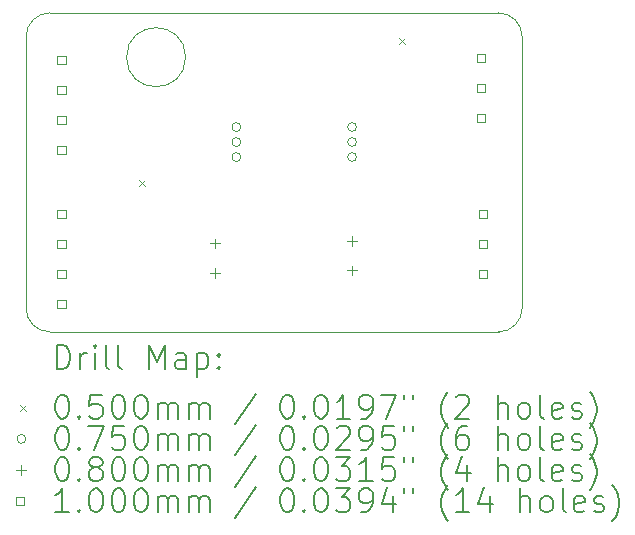
<source format=gbr>
%TF.GenerationSoftware,KiCad,Pcbnew,8.0.6*%
%TF.CreationDate,2024-11-25T01:10:17+00:00*%
%TF.ProjectId,GEOFF board v1,47454f46-4620-4626-9f61-72642076312e,rev?*%
%TF.SameCoordinates,Original*%
%TF.FileFunction,Drillmap*%
%TF.FilePolarity,Positive*%
%FSLAX45Y45*%
G04 Gerber Fmt 4.5, Leading zero omitted, Abs format (unit mm)*
G04 Created by KiCad (PCBNEW 8.0.6) date 2024-11-25 01:10:17*
%MOMM*%
%LPD*%
G01*
G04 APERTURE LIST*
%ADD10C,0.050000*%
%ADD11C,0.200000*%
%ADD12C,0.100000*%
G04 APERTURE END LIST*
D10*
X3350000Y-13975000D02*
G75*
G02*
X2850000Y-13975000I-250000J0D01*
G01*
X2850000Y-13975000D02*
G75*
G02*
X3350000Y-13975000I250000J0D01*
G01*
X2200000Y-16300000D02*
G75*
G02*
X2000000Y-16100000I0J200000D01*
G01*
X2000000Y-13800000D02*
G75*
G02*
X2200000Y-13600000I200000J0D01*
G01*
X6200000Y-16100000D02*
G75*
G02*
X6000000Y-16300000I-200000J0D01*
G01*
X6000000Y-13600000D02*
G75*
G02*
X6200000Y-13800000I0J-200000D01*
G01*
X2000000Y-16100000D02*
X2000000Y-13800000D01*
X6000000Y-16300000D02*
X2200000Y-16300000D01*
X2200000Y-13600000D02*
X6000000Y-13600000D01*
X6200000Y-13800000D02*
X6200000Y-16100000D01*
D11*
D12*
X2955000Y-15015000D02*
X3005000Y-15065000D01*
X3005000Y-15015000D02*
X2955000Y-15065000D01*
X5155000Y-13815000D02*
X5205000Y-13865000D01*
X5205000Y-13815000D02*
X5155000Y-13865000D01*
X3817500Y-14566000D02*
G75*
G02*
X3742500Y-14566000I-37500J0D01*
G01*
X3742500Y-14566000D02*
G75*
G02*
X3817500Y-14566000I37500J0D01*
G01*
X3817500Y-14693000D02*
G75*
G02*
X3742500Y-14693000I-37500J0D01*
G01*
X3742500Y-14693000D02*
G75*
G02*
X3817500Y-14693000I37500J0D01*
G01*
X3817500Y-14820000D02*
G75*
G02*
X3742500Y-14820000I-37500J0D01*
G01*
X3742500Y-14820000D02*
G75*
G02*
X3817500Y-14820000I37500J0D01*
G01*
X4797500Y-14566000D02*
G75*
G02*
X4722500Y-14566000I-37500J0D01*
G01*
X4722500Y-14566000D02*
G75*
G02*
X4797500Y-14566000I37500J0D01*
G01*
X4797500Y-14693000D02*
G75*
G02*
X4722500Y-14693000I-37500J0D01*
G01*
X4722500Y-14693000D02*
G75*
G02*
X4797500Y-14693000I37500J0D01*
G01*
X4797500Y-14820000D02*
G75*
G02*
X4722500Y-14820000I-37500J0D01*
G01*
X4722500Y-14820000D02*
G75*
G02*
X4797500Y-14820000I37500J0D01*
G01*
X3600000Y-15510000D02*
X3600000Y-15590000D01*
X3560000Y-15550000D02*
X3640000Y-15550000D01*
X3600000Y-15760000D02*
X3600000Y-15840000D01*
X3560000Y-15800000D02*
X3640000Y-15800000D01*
X4760000Y-15490000D02*
X4760000Y-15570000D01*
X4720000Y-15530000D02*
X4800000Y-15530000D01*
X4760000Y-15740000D02*
X4760000Y-15820000D01*
X4720000Y-15780000D02*
X4800000Y-15780000D01*
X2335356Y-14035356D02*
X2335356Y-13964644D01*
X2264644Y-13964644D01*
X2264644Y-14035356D01*
X2335356Y-14035356D01*
X2335356Y-14289356D02*
X2335356Y-14218644D01*
X2264644Y-14218644D01*
X2264644Y-14289356D01*
X2335356Y-14289356D01*
X2335356Y-14543356D02*
X2335356Y-14472644D01*
X2264644Y-14472644D01*
X2264644Y-14543356D01*
X2335356Y-14543356D01*
X2335356Y-14797356D02*
X2335356Y-14726644D01*
X2264644Y-14726644D01*
X2264644Y-14797356D01*
X2335356Y-14797356D01*
X2335356Y-15335356D02*
X2335356Y-15264644D01*
X2264644Y-15264644D01*
X2264644Y-15335356D01*
X2335356Y-15335356D01*
X2335356Y-15589356D02*
X2335356Y-15518644D01*
X2264644Y-15518644D01*
X2264644Y-15589356D01*
X2335356Y-15589356D01*
X2335356Y-15843356D02*
X2335356Y-15772644D01*
X2264644Y-15772644D01*
X2264644Y-15843356D01*
X2335356Y-15843356D01*
X2335356Y-16097356D02*
X2335356Y-16026644D01*
X2264644Y-16026644D01*
X2264644Y-16097356D01*
X2335356Y-16097356D01*
X5888356Y-14014356D02*
X5888356Y-13943644D01*
X5817644Y-13943644D01*
X5817644Y-14014356D01*
X5888356Y-14014356D01*
X5888356Y-14268356D02*
X5888356Y-14197644D01*
X5817644Y-14197644D01*
X5817644Y-14268356D01*
X5888356Y-14268356D01*
X5888356Y-14522356D02*
X5888356Y-14451644D01*
X5817644Y-14451644D01*
X5817644Y-14522356D01*
X5888356Y-14522356D01*
X5902356Y-15335356D02*
X5902356Y-15264644D01*
X5831644Y-15264644D01*
X5831644Y-15335356D01*
X5902356Y-15335356D01*
X5902356Y-15589356D02*
X5902356Y-15518644D01*
X5831644Y-15518644D01*
X5831644Y-15589356D01*
X5902356Y-15589356D01*
X5902356Y-15843356D02*
X5902356Y-15772644D01*
X5831644Y-15772644D01*
X5831644Y-15843356D01*
X5902356Y-15843356D01*
D11*
X2258277Y-16613984D02*
X2258277Y-16413984D01*
X2258277Y-16413984D02*
X2305896Y-16413984D01*
X2305896Y-16413984D02*
X2334467Y-16423508D01*
X2334467Y-16423508D02*
X2353515Y-16442555D01*
X2353515Y-16442555D02*
X2363039Y-16461603D01*
X2363039Y-16461603D02*
X2372563Y-16499698D01*
X2372563Y-16499698D02*
X2372563Y-16528269D01*
X2372563Y-16528269D02*
X2363039Y-16566365D01*
X2363039Y-16566365D02*
X2353515Y-16585412D01*
X2353515Y-16585412D02*
X2334467Y-16604460D01*
X2334467Y-16604460D02*
X2305896Y-16613984D01*
X2305896Y-16613984D02*
X2258277Y-16613984D01*
X2458277Y-16613984D02*
X2458277Y-16480650D01*
X2458277Y-16518746D02*
X2467801Y-16499698D01*
X2467801Y-16499698D02*
X2477324Y-16490174D01*
X2477324Y-16490174D02*
X2496372Y-16480650D01*
X2496372Y-16480650D02*
X2515420Y-16480650D01*
X2582086Y-16613984D02*
X2582086Y-16480650D01*
X2582086Y-16413984D02*
X2572563Y-16423508D01*
X2572563Y-16423508D02*
X2582086Y-16433031D01*
X2582086Y-16433031D02*
X2591610Y-16423508D01*
X2591610Y-16423508D02*
X2582086Y-16413984D01*
X2582086Y-16413984D02*
X2582086Y-16433031D01*
X2705896Y-16613984D02*
X2686848Y-16604460D01*
X2686848Y-16604460D02*
X2677324Y-16585412D01*
X2677324Y-16585412D02*
X2677324Y-16413984D01*
X2810658Y-16613984D02*
X2791610Y-16604460D01*
X2791610Y-16604460D02*
X2782086Y-16585412D01*
X2782086Y-16585412D02*
X2782086Y-16413984D01*
X3039229Y-16613984D02*
X3039229Y-16413984D01*
X3039229Y-16413984D02*
X3105896Y-16556841D01*
X3105896Y-16556841D02*
X3172562Y-16413984D01*
X3172562Y-16413984D02*
X3172562Y-16613984D01*
X3353515Y-16613984D02*
X3353515Y-16509222D01*
X3353515Y-16509222D02*
X3343991Y-16490174D01*
X3343991Y-16490174D02*
X3324943Y-16480650D01*
X3324943Y-16480650D02*
X3286848Y-16480650D01*
X3286848Y-16480650D02*
X3267801Y-16490174D01*
X3353515Y-16604460D02*
X3334467Y-16613984D01*
X3334467Y-16613984D02*
X3286848Y-16613984D01*
X3286848Y-16613984D02*
X3267801Y-16604460D01*
X3267801Y-16604460D02*
X3258277Y-16585412D01*
X3258277Y-16585412D02*
X3258277Y-16566365D01*
X3258277Y-16566365D02*
X3267801Y-16547317D01*
X3267801Y-16547317D02*
X3286848Y-16537793D01*
X3286848Y-16537793D02*
X3334467Y-16537793D01*
X3334467Y-16537793D02*
X3353515Y-16528269D01*
X3448753Y-16480650D02*
X3448753Y-16680650D01*
X3448753Y-16490174D02*
X3467801Y-16480650D01*
X3467801Y-16480650D02*
X3505896Y-16480650D01*
X3505896Y-16480650D02*
X3524943Y-16490174D01*
X3524943Y-16490174D02*
X3534467Y-16499698D01*
X3534467Y-16499698D02*
X3543991Y-16518746D01*
X3543991Y-16518746D02*
X3543991Y-16575888D01*
X3543991Y-16575888D02*
X3534467Y-16594936D01*
X3534467Y-16594936D02*
X3524943Y-16604460D01*
X3524943Y-16604460D02*
X3505896Y-16613984D01*
X3505896Y-16613984D02*
X3467801Y-16613984D01*
X3467801Y-16613984D02*
X3448753Y-16604460D01*
X3629705Y-16594936D02*
X3639229Y-16604460D01*
X3639229Y-16604460D02*
X3629705Y-16613984D01*
X3629705Y-16613984D02*
X3620182Y-16604460D01*
X3620182Y-16604460D02*
X3629705Y-16594936D01*
X3629705Y-16594936D02*
X3629705Y-16613984D01*
X3629705Y-16490174D02*
X3639229Y-16499698D01*
X3639229Y-16499698D02*
X3629705Y-16509222D01*
X3629705Y-16509222D02*
X3620182Y-16499698D01*
X3620182Y-16499698D02*
X3629705Y-16490174D01*
X3629705Y-16490174D02*
X3629705Y-16509222D01*
D12*
X1947500Y-16917500D02*
X1997500Y-16967500D01*
X1997500Y-16917500D02*
X1947500Y-16967500D01*
D11*
X2296372Y-16833984D02*
X2315420Y-16833984D01*
X2315420Y-16833984D02*
X2334467Y-16843508D01*
X2334467Y-16843508D02*
X2343991Y-16853031D01*
X2343991Y-16853031D02*
X2353515Y-16872079D01*
X2353515Y-16872079D02*
X2363039Y-16910174D01*
X2363039Y-16910174D02*
X2363039Y-16957793D01*
X2363039Y-16957793D02*
X2353515Y-16995889D01*
X2353515Y-16995889D02*
X2343991Y-17014936D01*
X2343991Y-17014936D02*
X2334467Y-17024460D01*
X2334467Y-17024460D02*
X2315420Y-17033984D01*
X2315420Y-17033984D02*
X2296372Y-17033984D01*
X2296372Y-17033984D02*
X2277324Y-17024460D01*
X2277324Y-17024460D02*
X2267801Y-17014936D01*
X2267801Y-17014936D02*
X2258277Y-16995889D01*
X2258277Y-16995889D02*
X2248753Y-16957793D01*
X2248753Y-16957793D02*
X2248753Y-16910174D01*
X2248753Y-16910174D02*
X2258277Y-16872079D01*
X2258277Y-16872079D02*
X2267801Y-16853031D01*
X2267801Y-16853031D02*
X2277324Y-16843508D01*
X2277324Y-16843508D02*
X2296372Y-16833984D01*
X2448753Y-17014936D02*
X2458277Y-17024460D01*
X2458277Y-17024460D02*
X2448753Y-17033984D01*
X2448753Y-17033984D02*
X2439229Y-17024460D01*
X2439229Y-17024460D02*
X2448753Y-17014936D01*
X2448753Y-17014936D02*
X2448753Y-17033984D01*
X2639229Y-16833984D02*
X2543991Y-16833984D01*
X2543991Y-16833984D02*
X2534467Y-16929222D01*
X2534467Y-16929222D02*
X2543991Y-16919698D01*
X2543991Y-16919698D02*
X2563039Y-16910174D01*
X2563039Y-16910174D02*
X2610658Y-16910174D01*
X2610658Y-16910174D02*
X2629705Y-16919698D01*
X2629705Y-16919698D02*
X2639229Y-16929222D01*
X2639229Y-16929222D02*
X2648753Y-16948270D01*
X2648753Y-16948270D02*
X2648753Y-16995889D01*
X2648753Y-16995889D02*
X2639229Y-17014936D01*
X2639229Y-17014936D02*
X2629705Y-17024460D01*
X2629705Y-17024460D02*
X2610658Y-17033984D01*
X2610658Y-17033984D02*
X2563039Y-17033984D01*
X2563039Y-17033984D02*
X2543991Y-17024460D01*
X2543991Y-17024460D02*
X2534467Y-17014936D01*
X2772563Y-16833984D02*
X2791610Y-16833984D01*
X2791610Y-16833984D02*
X2810658Y-16843508D01*
X2810658Y-16843508D02*
X2820182Y-16853031D01*
X2820182Y-16853031D02*
X2829705Y-16872079D01*
X2829705Y-16872079D02*
X2839229Y-16910174D01*
X2839229Y-16910174D02*
X2839229Y-16957793D01*
X2839229Y-16957793D02*
X2829705Y-16995889D01*
X2829705Y-16995889D02*
X2820182Y-17014936D01*
X2820182Y-17014936D02*
X2810658Y-17024460D01*
X2810658Y-17024460D02*
X2791610Y-17033984D01*
X2791610Y-17033984D02*
X2772563Y-17033984D01*
X2772563Y-17033984D02*
X2753515Y-17024460D01*
X2753515Y-17024460D02*
X2743991Y-17014936D01*
X2743991Y-17014936D02*
X2734467Y-16995889D01*
X2734467Y-16995889D02*
X2724944Y-16957793D01*
X2724944Y-16957793D02*
X2724944Y-16910174D01*
X2724944Y-16910174D02*
X2734467Y-16872079D01*
X2734467Y-16872079D02*
X2743991Y-16853031D01*
X2743991Y-16853031D02*
X2753515Y-16843508D01*
X2753515Y-16843508D02*
X2772563Y-16833984D01*
X2963039Y-16833984D02*
X2982086Y-16833984D01*
X2982086Y-16833984D02*
X3001134Y-16843508D01*
X3001134Y-16843508D02*
X3010658Y-16853031D01*
X3010658Y-16853031D02*
X3020182Y-16872079D01*
X3020182Y-16872079D02*
X3029705Y-16910174D01*
X3029705Y-16910174D02*
X3029705Y-16957793D01*
X3029705Y-16957793D02*
X3020182Y-16995889D01*
X3020182Y-16995889D02*
X3010658Y-17014936D01*
X3010658Y-17014936D02*
X3001134Y-17024460D01*
X3001134Y-17024460D02*
X2982086Y-17033984D01*
X2982086Y-17033984D02*
X2963039Y-17033984D01*
X2963039Y-17033984D02*
X2943991Y-17024460D01*
X2943991Y-17024460D02*
X2934467Y-17014936D01*
X2934467Y-17014936D02*
X2924943Y-16995889D01*
X2924943Y-16995889D02*
X2915420Y-16957793D01*
X2915420Y-16957793D02*
X2915420Y-16910174D01*
X2915420Y-16910174D02*
X2924943Y-16872079D01*
X2924943Y-16872079D02*
X2934467Y-16853031D01*
X2934467Y-16853031D02*
X2943991Y-16843508D01*
X2943991Y-16843508D02*
X2963039Y-16833984D01*
X3115420Y-17033984D02*
X3115420Y-16900650D01*
X3115420Y-16919698D02*
X3124943Y-16910174D01*
X3124943Y-16910174D02*
X3143991Y-16900650D01*
X3143991Y-16900650D02*
X3172563Y-16900650D01*
X3172563Y-16900650D02*
X3191610Y-16910174D01*
X3191610Y-16910174D02*
X3201134Y-16929222D01*
X3201134Y-16929222D02*
X3201134Y-17033984D01*
X3201134Y-16929222D02*
X3210658Y-16910174D01*
X3210658Y-16910174D02*
X3229705Y-16900650D01*
X3229705Y-16900650D02*
X3258277Y-16900650D01*
X3258277Y-16900650D02*
X3277324Y-16910174D01*
X3277324Y-16910174D02*
X3286848Y-16929222D01*
X3286848Y-16929222D02*
X3286848Y-17033984D01*
X3382086Y-17033984D02*
X3382086Y-16900650D01*
X3382086Y-16919698D02*
X3391610Y-16910174D01*
X3391610Y-16910174D02*
X3410658Y-16900650D01*
X3410658Y-16900650D02*
X3439229Y-16900650D01*
X3439229Y-16900650D02*
X3458277Y-16910174D01*
X3458277Y-16910174D02*
X3467801Y-16929222D01*
X3467801Y-16929222D02*
X3467801Y-17033984D01*
X3467801Y-16929222D02*
X3477324Y-16910174D01*
X3477324Y-16910174D02*
X3496372Y-16900650D01*
X3496372Y-16900650D02*
X3524943Y-16900650D01*
X3524943Y-16900650D02*
X3543991Y-16910174D01*
X3543991Y-16910174D02*
X3553515Y-16929222D01*
X3553515Y-16929222D02*
X3553515Y-17033984D01*
X3943991Y-16824460D02*
X3772563Y-17081603D01*
X4201134Y-16833984D02*
X4220182Y-16833984D01*
X4220182Y-16833984D02*
X4239229Y-16843508D01*
X4239229Y-16843508D02*
X4248753Y-16853031D01*
X4248753Y-16853031D02*
X4258277Y-16872079D01*
X4258277Y-16872079D02*
X4267801Y-16910174D01*
X4267801Y-16910174D02*
X4267801Y-16957793D01*
X4267801Y-16957793D02*
X4258277Y-16995889D01*
X4258277Y-16995889D02*
X4248753Y-17014936D01*
X4248753Y-17014936D02*
X4239229Y-17024460D01*
X4239229Y-17024460D02*
X4220182Y-17033984D01*
X4220182Y-17033984D02*
X4201134Y-17033984D01*
X4201134Y-17033984D02*
X4182086Y-17024460D01*
X4182086Y-17024460D02*
X4172563Y-17014936D01*
X4172563Y-17014936D02*
X4163039Y-16995889D01*
X4163039Y-16995889D02*
X4153515Y-16957793D01*
X4153515Y-16957793D02*
X4153515Y-16910174D01*
X4153515Y-16910174D02*
X4163039Y-16872079D01*
X4163039Y-16872079D02*
X4172563Y-16853031D01*
X4172563Y-16853031D02*
X4182086Y-16843508D01*
X4182086Y-16843508D02*
X4201134Y-16833984D01*
X4353515Y-17014936D02*
X4363039Y-17024460D01*
X4363039Y-17024460D02*
X4353515Y-17033984D01*
X4353515Y-17033984D02*
X4343991Y-17024460D01*
X4343991Y-17024460D02*
X4353515Y-17014936D01*
X4353515Y-17014936D02*
X4353515Y-17033984D01*
X4486848Y-16833984D02*
X4505896Y-16833984D01*
X4505896Y-16833984D02*
X4524944Y-16843508D01*
X4524944Y-16843508D02*
X4534468Y-16853031D01*
X4534468Y-16853031D02*
X4543991Y-16872079D01*
X4543991Y-16872079D02*
X4553515Y-16910174D01*
X4553515Y-16910174D02*
X4553515Y-16957793D01*
X4553515Y-16957793D02*
X4543991Y-16995889D01*
X4543991Y-16995889D02*
X4534468Y-17014936D01*
X4534468Y-17014936D02*
X4524944Y-17024460D01*
X4524944Y-17024460D02*
X4505896Y-17033984D01*
X4505896Y-17033984D02*
X4486848Y-17033984D01*
X4486848Y-17033984D02*
X4467801Y-17024460D01*
X4467801Y-17024460D02*
X4458277Y-17014936D01*
X4458277Y-17014936D02*
X4448753Y-16995889D01*
X4448753Y-16995889D02*
X4439229Y-16957793D01*
X4439229Y-16957793D02*
X4439229Y-16910174D01*
X4439229Y-16910174D02*
X4448753Y-16872079D01*
X4448753Y-16872079D02*
X4458277Y-16853031D01*
X4458277Y-16853031D02*
X4467801Y-16843508D01*
X4467801Y-16843508D02*
X4486848Y-16833984D01*
X4743991Y-17033984D02*
X4629706Y-17033984D01*
X4686848Y-17033984D02*
X4686848Y-16833984D01*
X4686848Y-16833984D02*
X4667801Y-16862555D01*
X4667801Y-16862555D02*
X4648753Y-16881603D01*
X4648753Y-16881603D02*
X4629706Y-16891127D01*
X4839229Y-17033984D02*
X4877325Y-17033984D01*
X4877325Y-17033984D02*
X4896372Y-17024460D01*
X4896372Y-17024460D02*
X4905896Y-17014936D01*
X4905896Y-17014936D02*
X4924944Y-16986365D01*
X4924944Y-16986365D02*
X4934468Y-16948270D01*
X4934468Y-16948270D02*
X4934468Y-16872079D01*
X4934468Y-16872079D02*
X4924944Y-16853031D01*
X4924944Y-16853031D02*
X4915420Y-16843508D01*
X4915420Y-16843508D02*
X4896372Y-16833984D01*
X4896372Y-16833984D02*
X4858277Y-16833984D01*
X4858277Y-16833984D02*
X4839229Y-16843508D01*
X4839229Y-16843508D02*
X4829706Y-16853031D01*
X4829706Y-16853031D02*
X4820182Y-16872079D01*
X4820182Y-16872079D02*
X4820182Y-16919698D01*
X4820182Y-16919698D02*
X4829706Y-16938746D01*
X4829706Y-16938746D02*
X4839229Y-16948270D01*
X4839229Y-16948270D02*
X4858277Y-16957793D01*
X4858277Y-16957793D02*
X4896372Y-16957793D01*
X4896372Y-16957793D02*
X4915420Y-16948270D01*
X4915420Y-16948270D02*
X4924944Y-16938746D01*
X4924944Y-16938746D02*
X4934468Y-16919698D01*
X5001134Y-16833984D02*
X5134468Y-16833984D01*
X5134468Y-16833984D02*
X5048753Y-17033984D01*
X5201134Y-16833984D02*
X5201134Y-16872079D01*
X5277325Y-16833984D02*
X5277325Y-16872079D01*
X5572563Y-17110174D02*
X5563039Y-17100650D01*
X5563039Y-17100650D02*
X5543991Y-17072079D01*
X5543991Y-17072079D02*
X5534468Y-17053031D01*
X5534468Y-17053031D02*
X5524944Y-17024460D01*
X5524944Y-17024460D02*
X5515420Y-16976841D01*
X5515420Y-16976841D02*
X5515420Y-16938746D01*
X5515420Y-16938746D02*
X5524944Y-16891127D01*
X5524944Y-16891127D02*
X5534468Y-16862555D01*
X5534468Y-16862555D02*
X5543991Y-16843508D01*
X5543991Y-16843508D02*
X5563039Y-16814936D01*
X5563039Y-16814936D02*
X5572563Y-16805412D01*
X5639229Y-16853031D02*
X5648753Y-16843508D01*
X5648753Y-16843508D02*
X5667801Y-16833984D01*
X5667801Y-16833984D02*
X5715420Y-16833984D01*
X5715420Y-16833984D02*
X5734468Y-16843508D01*
X5734468Y-16843508D02*
X5743991Y-16853031D01*
X5743991Y-16853031D02*
X5753515Y-16872079D01*
X5753515Y-16872079D02*
X5753515Y-16891127D01*
X5753515Y-16891127D02*
X5743991Y-16919698D01*
X5743991Y-16919698D02*
X5629706Y-17033984D01*
X5629706Y-17033984D02*
X5753515Y-17033984D01*
X5991610Y-17033984D02*
X5991610Y-16833984D01*
X6077325Y-17033984D02*
X6077325Y-16929222D01*
X6077325Y-16929222D02*
X6067801Y-16910174D01*
X6067801Y-16910174D02*
X6048753Y-16900650D01*
X6048753Y-16900650D02*
X6020182Y-16900650D01*
X6020182Y-16900650D02*
X6001134Y-16910174D01*
X6001134Y-16910174D02*
X5991610Y-16919698D01*
X6201134Y-17033984D02*
X6182087Y-17024460D01*
X6182087Y-17024460D02*
X6172563Y-17014936D01*
X6172563Y-17014936D02*
X6163039Y-16995889D01*
X6163039Y-16995889D02*
X6163039Y-16938746D01*
X6163039Y-16938746D02*
X6172563Y-16919698D01*
X6172563Y-16919698D02*
X6182087Y-16910174D01*
X6182087Y-16910174D02*
X6201134Y-16900650D01*
X6201134Y-16900650D02*
X6229706Y-16900650D01*
X6229706Y-16900650D02*
X6248753Y-16910174D01*
X6248753Y-16910174D02*
X6258277Y-16919698D01*
X6258277Y-16919698D02*
X6267801Y-16938746D01*
X6267801Y-16938746D02*
X6267801Y-16995889D01*
X6267801Y-16995889D02*
X6258277Y-17014936D01*
X6258277Y-17014936D02*
X6248753Y-17024460D01*
X6248753Y-17024460D02*
X6229706Y-17033984D01*
X6229706Y-17033984D02*
X6201134Y-17033984D01*
X6382087Y-17033984D02*
X6363039Y-17024460D01*
X6363039Y-17024460D02*
X6353515Y-17005412D01*
X6353515Y-17005412D02*
X6353515Y-16833984D01*
X6534468Y-17024460D02*
X6515420Y-17033984D01*
X6515420Y-17033984D02*
X6477325Y-17033984D01*
X6477325Y-17033984D02*
X6458277Y-17024460D01*
X6458277Y-17024460D02*
X6448753Y-17005412D01*
X6448753Y-17005412D02*
X6448753Y-16929222D01*
X6448753Y-16929222D02*
X6458277Y-16910174D01*
X6458277Y-16910174D02*
X6477325Y-16900650D01*
X6477325Y-16900650D02*
X6515420Y-16900650D01*
X6515420Y-16900650D02*
X6534468Y-16910174D01*
X6534468Y-16910174D02*
X6543991Y-16929222D01*
X6543991Y-16929222D02*
X6543991Y-16948270D01*
X6543991Y-16948270D02*
X6448753Y-16967317D01*
X6620182Y-17024460D02*
X6639230Y-17033984D01*
X6639230Y-17033984D02*
X6677325Y-17033984D01*
X6677325Y-17033984D02*
X6696372Y-17024460D01*
X6696372Y-17024460D02*
X6705896Y-17005412D01*
X6705896Y-17005412D02*
X6705896Y-16995889D01*
X6705896Y-16995889D02*
X6696372Y-16976841D01*
X6696372Y-16976841D02*
X6677325Y-16967317D01*
X6677325Y-16967317D02*
X6648753Y-16967317D01*
X6648753Y-16967317D02*
X6629706Y-16957793D01*
X6629706Y-16957793D02*
X6620182Y-16938746D01*
X6620182Y-16938746D02*
X6620182Y-16929222D01*
X6620182Y-16929222D02*
X6629706Y-16910174D01*
X6629706Y-16910174D02*
X6648753Y-16900650D01*
X6648753Y-16900650D02*
X6677325Y-16900650D01*
X6677325Y-16900650D02*
X6696372Y-16910174D01*
X6772563Y-17110174D02*
X6782087Y-17100650D01*
X6782087Y-17100650D02*
X6801134Y-17072079D01*
X6801134Y-17072079D02*
X6810658Y-17053031D01*
X6810658Y-17053031D02*
X6820182Y-17024460D01*
X6820182Y-17024460D02*
X6829706Y-16976841D01*
X6829706Y-16976841D02*
X6829706Y-16938746D01*
X6829706Y-16938746D02*
X6820182Y-16891127D01*
X6820182Y-16891127D02*
X6810658Y-16862555D01*
X6810658Y-16862555D02*
X6801134Y-16843508D01*
X6801134Y-16843508D02*
X6782087Y-16814936D01*
X6782087Y-16814936D02*
X6772563Y-16805412D01*
D12*
X1997500Y-17206500D02*
G75*
G02*
X1922500Y-17206500I-37500J0D01*
G01*
X1922500Y-17206500D02*
G75*
G02*
X1997500Y-17206500I37500J0D01*
G01*
D11*
X2296372Y-17097984D02*
X2315420Y-17097984D01*
X2315420Y-17097984D02*
X2334467Y-17107508D01*
X2334467Y-17107508D02*
X2343991Y-17117031D01*
X2343991Y-17117031D02*
X2353515Y-17136079D01*
X2353515Y-17136079D02*
X2363039Y-17174174D01*
X2363039Y-17174174D02*
X2363039Y-17221793D01*
X2363039Y-17221793D02*
X2353515Y-17259889D01*
X2353515Y-17259889D02*
X2343991Y-17278936D01*
X2343991Y-17278936D02*
X2334467Y-17288460D01*
X2334467Y-17288460D02*
X2315420Y-17297984D01*
X2315420Y-17297984D02*
X2296372Y-17297984D01*
X2296372Y-17297984D02*
X2277324Y-17288460D01*
X2277324Y-17288460D02*
X2267801Y-17278936D01*
X2267801Y-17278936D02*
X2258277Y-17259889D01*
X2258277Y-17259889D02*
X2248753Y-17221793D01*
X2248753Y-17221793D02*
X2248753Y-17174174D01*
X2248753Y-17174174D02*
X2258277Y-17136079D01*
X2258277Y-17136079D02*
X2267801Y-17117031D01*
X2267801Y-17117031D02*
X2277324Y-17107508D01*
X2277324Y-17107508D02*
X2296372Y-17097984D01*
X2448753Y-17278936D02*
X2458277Y-17288460D01*
X2458277Y-17288460D02*
X2448753Y-17297984D01*
X2448753Y-17297984D02*
X2439229Y-17288460D01*
X2439229Y-17288460D02*
X2448753Y-17278936D01*
X2448753Y-17278936D02*
X2448753Y-17297984D01*
X2524944Y-17097984D02*
X2658277Y-17097984D01*
X2658277Y-17097984D02*
X2572563Y-17297984D01*
X2829705Y-17097984D02*
X2734467Y-17097984D01*
X2734467Y-17097984D02*
X2724944Y-17193222D01*
X2724944Y-17193222D02*
X2734467Y-17183698D01*
X2734467Y-17183698D02*
X2753515Y-17174174D01*
X2753515Y-17174174D02*
X2801134Y-17174174D01*
X2801134Y-17174174D02*
X2820182Y-17183698D01*
X2820182Y-17183698D02*
X2829705Y-17193222D01*
X2829705Y-17193222D02*
X2839229Y-17212270D01*
X2839229Y-17212270D02*
X2839229Y-17259889D01*
X2839229Y-17259889D02*
X2829705Y-17278936D01*
X2829705Y-17278936D02*
X2820182Y-17288460D01*
X2820182Y-17288460D02*
X2801134Y-17297984D01*
X2801134Y-17297984D02*
X2753515Y-17297984D01*
X2753515Y-17297984D02*
X2734467Y-17288460D01*
X2734467Y-17288460D02*
X2724944Y-17278936D01*
X2963039Y-17097984D02*
X2982086Y-17097984D01*
X2982086Y-17097984D02*
X3001134Y-17107508D01*
X3001134Y-17107508D02*
X3010658Y-17117031D01*
X3010658Y-17117031D02*
X3020182Y-17136079D01*
X3020182Y-17136079D02*
X3029705Y-17174174D01*
X3029705Y-17174174D02*
X3029705Y-17221793D01*
X3029705Y-17221793D02*
X3020182Y-17259889D01*
X3020182Y-17259889D02*
X3010658Y-17278936D01*
X3010658Y-17278936D02*
X3001134Y-17288460D01*
X3001134Y-17288460D02*
X2982086Y-17297984D01*
X2982086Y-17297984D02*
X2963039Y-17297984D01*
X2963039Y-17297984D02*
X2943991Y-17288460D01*
X2943991Y-17288460D02*
X2934467Y-17278936D01*
X2934467Y-17278936D02*
X2924943Y-17259889D01*
X2924943Y-17259889D02*
X2915420Y-17221793D01*
X2915420Y-17221793D02*
X2915420Y-17174174D01*
X2915420Y-17174174D02*
X2924943Y-17136079D01*
X2924943Y-17136079D02*
X2934467Y-17117031D01*
X2934467Y-17117031D02*
X2943991Y-17107508D01*
X2943991Y-17107508D02*
X2963039Y-17097984D01*
X3115420Y-17297984D02*
X3115420Y-17164650D01*
X3115420Y-17183698D02*
X3124943Y-17174174D01*
X3124943Y-17174174D02*
X3143991Y-17164650D01*
X3143991Y-17164650D02*
X3172563Y-17164650D01*
X3172563Y-17164650D02*
X3191610Y-17174174D01*
X3191610Y-17174174D02*
X3201134Y-17193222D01*
X3201134Y-17193222D02*
X3201134Y-17297984D01*
X3201134Y-17193222D02*
X3210658Y-17174174D01*
X3210658Y-17174174D02*
X3229705Y-17164650D01*
X3229705Y-17164650D02*
X3258277Y-17164650D01*
X3258277Y-17164650D02*
X3277324Y-17174174D01*
X3277324Y-17174174D02*
X3286848Y-17193222D01*
X3286848Y-17193222D02*
X3286848Y-17297984D01*
X3382086Y-17297984D02*
X3382086Y-17164650D01*
X3382086Y-17183698D02*
X3391610Y-17174174D01*
X3391610Y-17174174D02*
X3410658Y-17164650D01*
X3410658Y-17164650D02*
X3439229Y-17164650D01*
X3439229Y-17164650D02*
X3458277Y-17174174D01*
X3458277Y-17174174D02*
X3467801Y-17193222D01*
X3467801Y-17193222D02*
X3467801Y-17297984D01*
X3467801Y-17193222D02*
X3477324Y-17174174D01*
X3477324Y-17174174D02*
X3496372Y-17164650D01*
X3496372Y-17164650D02*
X3524943Y-17164650D01*
X3524943Y-17164650D02*
X3543991Y-17174174D01*
X3543991Y-17174174D02*
X3553515Y-17193222D01*
X3553515Y-17193222D02*
X3553515Y-17297984D01*
X3943991Y-17088460D02*
X3772563Y-17345603D01*
X4201134Y-17097984D02*
X4220182Y-17097984D01*
X4220182Y-17097984D02*
X4239229Y-17107508D01*
X4239229Y-17107508D02*
X4248753Y-17117031D01*
X4248753Y-17117031D02*
X4258277Y-17136079D01*
X4258277Y-17136079D02*
X4267801Y-17174174D01*
X4267801Y-17174174D02*
X4267801Y-17221793D01*
X4267801Y-17221793D02*
X4258277Y-17259889D01*
X4258277Y-17259889D02*
X4248753Y-17278936D01*
X4248753Y-17278936D02*
X4239229Y-17288460D01*
X4239229Y-17288460D02*
X4220182Y-17297984D01*
X4220182Y-17297984D02*
X4201134Y-17297984D01*
X4201134Y-17297984D02*
X4182086Y-17288460D01*
X4182086Y-17288460D02*
X4172563Y-17278936D01*
X4172563Y-17278936D02*
X4163039Y-17259889D01*
X4163039Y-17259889D02*
X4153515Y-17221793D01*
X4153515Y-17221793D02*
X4153515Y-17174174D01*
X4153515Y-17174174D02*
X4163039Y-17136079D01*
X4163039Y-17136079D02*
X4172563Y-17117031D01*
X4172563Y-17117031D02*
X4182086Y-17107508D01*
X4182086Y-17107508D02*
X4201134Y-17097984D01*
X4353515Y-17278936D02*
X4363039Y-17288460D01*
X4363039Y-17288460D02*
X4353515Y-17297984D01*
X4353515Y-17297984D02*
X4343991Y-17288460D01*
X4343991Y-17288460D02*
X4353515Y-17278936D01*
X4353515Y-17278936D02*
X4353515Y-17297984D01*
X4486848Y-17097984D02*
X4505896Y-17097984D01*
X4505896Y-17097984D02*
X4524944Y-17107508D01*
X4524944Y-17107508D02*
X4534468Y-17117031D01*
X4534468Y-17117031D02*
X4543991Y-17136079D01*
X4543991Y-17136079D02*
X4553515Y-17174174D01*
X4553515Y-17174174D02*
X4553515Y-17221793D01*
X4553515Y-17221793D02*
X4543991Y-17259889D01*
X4543991Y-17259889D02*
X4534468Y-17278936D01*
X4534468Y-17278936D02*
X4524944Y-17288460D01*
X4524944Y-17288460D02*
X4505896Y-17297984D01*
X4505896Y-17297984D02*
X4486848Y-17297984D01*
X4486848Y-17297984D02*
X4467801Y-17288460D01*
X4467801Y-17288460D02*
X4458277Y-17278936D01*
X4458277Y-17278936D02*
X4448753Y-17259889D01*
X4448753Y-17259889D02*
X4439229Y-17221793D01*
X4439229Y-17221793D02*
X4439229Y-17174174D01*
X4439229Y-17174174D02*
X4448753Y-17136079D01*
X4448753Y-17136079D02*
X4458277Y-17117031D01*
X4458277Y-17117031D02*
X4467801Y-17107508D01*
X4467801Y-17107508D02*
X4486848Y-17097984D01*
X4629706Y-17117031D02*
X4639229Y-17107508D01*
X4639229Y-17107508D02*
X4658277Y-17097984D01*
X4658277Y-17097984D02*
X4705896Y-17097984D01*
X4705896Y-17097984D02*
X4724944Y-17107508D01*
X4724944Y-17107508D02*
X4734468Y-17117031D01*
X4734468Y-17117031D02*
X4743991Y-17136079D01*
X4743991Y-17136079D02*
X4743991Y-17155127D01*
X4743991Y-17155127D02*
X4734468Y-17183698D01*
X4734468Y-17183698D02*
X4620182Y-17297984D01*
X4620182Y-17297984D02*
X4743991Y-17297984D01*
X4839229Y-17297984D02*
X4877325Y-17297984D01*
X4877325Y-17297984D02*
X4896372Y-17288460D01*
X4896372Y-17288460D02*
X4905896Y-17278936D01*
X4905896Y-17278936D02*
X4924944Y-17250365D01*
X4924944Y-17250365D02*
X4934468Y-17212270D01*
X4934468Y-17212270D02*
X4934468Y-17136079D01*
X4934468Y-17136079D02*
X4924944Y-17117031D01*
X4924944Y-17117031D02*
X4915420Y-17107508D01*
X4915420Y-17107508D02*
X4896372Y-17097984D01*
X4896372Y-17097984D02*
X4858277Y-17097984D01*
X4858277Y-17097984D02*
X4839229Y-17107508D01*
X4839229Y-17107508D02*
X4829706Y-17117031D01*
X4829706Y-17117031D02*
X4820182Y-17136079D01*
X4820182Y-17136079D02*
X4820182Y-17183698D01*
X4820182Y-17183698D02*
X4829706Y-17202746D01*
X4829706Y-17202746D02*
X4839229Y-17212270D01*
X4839229Y-17212270D02*
X4858277Y-17221793D01*
X4858277Y-17221793D02*
X4896372Y-17221793D01*
X4896372Y-17221793D02*
X4915420Y-17212270D01*
X4915420Y-17212270D02*
X4924944Y-17202746D01*
X4924944Y-17202746D02*
X4934468Y-17183698D01*
X5115420Y-17097984D02*
X5020182Y-17097984D01*
X5020182Y-17097984D02*
X5010658Y-17193222D01*
X5010658Y-17193222D02*
X5020182Y-17183698D01*
X5020182Y-17183698D02*
X5039229Y-17174174D01*
X5039229Y-17174174D02*
X5086849Y-17174174D01*
X5086849Y-17174174D02*
X5105896Y-17183698D01*
X5105896Y-17183698D02*
X5115420Y-17193222D01*
X5115420Y-17193222D02*
X5124944Y-17212270D01*
X5124944Y-17212270D02*
X5124944Y-17259889D01*
X5124944Y-17259889D02*
X5115420Y-17278936D01*
X5115420Y-17278936D02*
X5105896Y-17288460D01*
X5105896Y-17288460D02*
X5086849Y-17297984D01*
X5086849Y-17297984D02*
X5039229Y-17297984D01*
X5039229Y-17297984D02*
X5020182Y-17288460D01*
X5020182Y-17288460D02*
X5010658Y-17278936D01*
X5201134Y-17097984D02*
X5201134Y-17136079D01*
X5277325Y-17097984D02*
X5277325Y-17136079D01*
X5572563Y-17374174D02*
X5563039Y-17364650D01*
X5563039Y-17364650D02*
X5543991Y-17336079D01*
X5543991Y-17336079D02*
X5534468Y-17317031D01*
X5534468Y-17317031D02*
X5524944Y-17288460D01*
X5524944Y-17288460D02*
X5515420Y-17240841D01*
X5515420Y-17240841D02*
X5515420Y-17202746D01*
X5515420Y-17202746D02*
X5524944Y-17155127D01*
X5524944Y-17155127D02*
X5534468Y-17126555D01*
X5534468Y-17126555D02*
X5543991Y-17107508D01*
X5543991Y-17107508D02*
X5563039Y-17078936D01*
X5563039Y-17078936D02*
X5572563Y-17069412D01*
X5734468Y-17097984D02*
X5696372Y-17097984D01*
X5696372Y-17097984D02*
X5677325Y-17107508D01*
X5677325Y-17107508D02*
X5667801Y-17117031D01*
X5667801Y-17117031D02*
X5648753Y-17145603D01*
X5648753Y-17145603D02*
X5639229Y-17183698D01*
X5639229Y-17183698D02*
X5639229Y-17259889D01*
X5639229Y-17259889D02*
X5648753Y-17278936D01*
X5648753Y-17278936D02*
X5658277Y-17288460D01*
X5658277Y-17288460D02*
X5677325Y-17297984D01*
X5677325Y-17297984D02*
X5715420Y-17297984D01*
X5715420Y-17297984D02*
X5734468Y-17288460D01*
X5734468Y-17288460D02*
X5743991Y-17278936D01*
X5743991Y-17278936D02*
X5753515Y-17259889D01*
X5753515Y-17259889D02*
X5753515Y-17212270D01*
X5753515Y-17212270D02*
X5743991Y-17193222D01*
X5743991Y-17193222D02*
X5734468Y-17183698D01*
X5734468Y-17183698D02*
X5715420Y-17174174D01*
X5715420Y-17174174D02*
X5677325Y-17174174D01*
X5677325Y-17174174D02*
X5658277Y-17183698D01*
X5658277Y-17183698D02*
X5648753Y-17193222D01*
X5648753Y-17193222D02*
X5639229Y-17212270D01*
X5991610Y-17297984D02*
X5991610Y-17097984D01*
X6077325Y-17297984D02*
X6077325Y-17193222D01*
X6077325Y-17193222D02*
X6067801Y-17174174D01*
X6067801Y-17174174D02*
X6048753Y-17164650D01*
X6048753Y-17164650D02*
X6020182Y-17164650D01*
X6020182Y-17164650D02*
X6001134Y-17174174D01*
X6001134Y-17174174D02*
X5991610Y-17183698D01*
X6201134Y-17297984D02*
X6182087Y-17288460D01*
X6182087Y-17288460D02*
X6172563Y-17278936D01*
X6172563Y-17278936D02*
X6163039Y-17259889D01*
X6163039Y-17259889D02*
X6163039Y-17202746D01*
X6163039Y-17202746D02*
X6172563Y-17183698D01*
X6172563Y-17183698D02*
X6182087Y-17174174D01*
X6182087Y-17174174D02*
X6201134Y-17164650D01*
X6201134Y-17164650D02*
X6229706Y-17164650D01*
X6229706Y-17164650D02*
X6248753Y-17174174D01*
X6248753Y-17174174D02*
X6258277Y-17183698D01*
X6258277Y-17183698D02*
X6267801Y-17202746D01*
X6267801Y-17202746D02*
X6267801Y-17259889D01*
X6267801Y-17259889D02*
X6258277Y-17278936D01*
X6258277Y-17278936D02*
X6248753Y-17288460D01*
X6248753Y-17288460D02*
X6229706Y-17297984D01*
X6229706Y-17297984D02*
X6201134Y-17297984D01*
X6382087Y-17297984D02*
X6363039Y-17288460D01*
X6363039Y-17288460D02*
X6353515Y-17269412D01*
X6353515Y-17269412D02*
X6353515Y-17097984D01*
X6534468Y-17288460D02*
X6515420Y-17297984D01*
X6515420Y-17297984D02*
X6477325Y-17297984D01*
X6477325Y-17297984D02*
X6458277Y-17288460D01*
X6458277Y-17288460D02*
X6448753Y-17269412D01*
X6448753Y-17269412D02*
X6448753Y-17193222D01*
X6448753Y-17193222D02*
X6458277Y-17174174D01*
X6458277Y-17174174D02*
X6477325Y-17164650D01*
X6477325Y-17164650D02*
X6515420Y-17164650D01*
X6515420Y-17164650D02*
X6534468Y-17174174D01*
X6534468Y-17174174D02*
X6543991Y-17193222D01*
X6543991Y-17193222D02*
X6543991Y-17212270D01*
X6543991Y-17212270D02*
X6448753Y-17231317D01*
X6620182Y-17288460D02*
X6639230Y-17297984D01*
X6639230Y-17297984D02*
X6677325Y-17297984D01*
X6677325Y-17297984D02*
X6696372Y-17288460D01*
X6696372Y-17288460D02*
X6705896Y-17269412D01*
X6705896Y-17269412D02*
X6705896Y-17259889D01*
X6705896Y-17259889D02*
X6696372Y-17240841D01*
X6696372Y-17240841D02*
X6677325Y-17231317D01*
X6677325Y-17231317D02*
X6648753Y-17231317D01*
X6648753Y-17231317D02*
X6629706Y-17221793D01*
X6629706Y-17221793D02*
X6620182Y-17202746D01*
X6620182Y-17202746D02*
X6620182Y-17193222D01*
X6620182Y-17193222D02*
X6629706Y-17174174D01*
X6629706Y-17174174D02*
X6648753Y-17164650D01*
X6648753Y-17164650D02*
X6677325Y-17164650D01*
X6677325Y-17164650D02*
X6696372Y-17174174D01*
X6772563Y-17374174D02*
X6782087Y-17364650D01*
X6782087Y-17364650D02*
X6801134Y-17336079D01*
X6801134Y-17336079D02*
X6810658Y-17317031D01*
X6810658Y-17317031D02*
X6820182Y-17288460D01*
X6820182Y-17288460D02*
X6829706Y-17240841D01*
X6829706Y-17240841D02*
X6829706Y-17202746D01*
X6829706Y-17202746D02*
X6820182Y-17155127D01*
X6820182Y-17155127D02*
X6810658Y-17126555D01*
X6810658Y-17126555D02*
X6801134Y-17107508D01*
X6801134Y-17107508D02*
X6782087Y-17078936D01*
X6782087Y-17078936D02*
X6772563Y-17069412D01*
D12*
X1957500Y-17430500D02*
X1957500Y-17510500D01*
X1917500Y-17470500D02*
X1997500Y-17470500D01*
D11*
X2296372Y-17361984D02*
X2315420Y-17361984D01*
X2315420Y-17361984D02*
X2334467Y-17371508D01*
X2334467Y-17371508D02*
X2343991Y-17381031D01*
X2343991Y-17381031D02*
X2353515Y-17400079D01*
X2353515Y-17400079D02*
X2363039Y-17438174D01*
X2363039Y-17438174D02*
X2363039Y-17485793D01*
X2363039Y-17485793D02*
X2353515Y-17523889D01*
X2353515Y-17523889D02*
X2343991Y-17542936D01*
X2343991Y-17542936D02*
X2334467Y-17552460D01*
X2334467Y-17552460D02*
X2315420Y-17561984D01*
X2315420Y-17561984D02*
X2296372Y-17561984D01*
X2296372Y-17561984D02*
X2277324Y-17552460D01*
X2277324Y-17552460D02*
X2267801Y-17542936D01*
X2267801Y-17542936D02*
X2258277Y-17523889D01*
X2258277Y-17523889D02*
X2248753Y-17485793D01*
X2248753Y-17485793D02*
X2248753Y-17438174D01*
X2248753Y-17438174D02*
X2258277Y-17400079D01*
X2258277Y-17400079D02*
X2267801Y-17381031D01*
X2267801Y-17381031D02*
X2277324Y-17371508D01*
X2277324Y-17371508D02*
X2296372Y-17361984D01*
X2448753Y-17542936D02*
X2458277Y-17552460D01*
X2458277Y-17552460D02*
X2448753Y-17561984D01*
X2448753Y-17561984D02*
X2439229Y-17552460D01*
X2439229Y-17552460D02*
X2448753Y-17542936D01*
X2448753Y-17542936D02*
X2448753Y-17561984D01*
X2572563Y-17447698D02*
X2553515Y-17438174D01*
X2553515Y-17438174D02*
X2543991Y-17428650D01*
X2543991Y-17428650D02*
X2534467Y-17409603D01*
X2534467Y-17409603D02*
X2534467Y-17400079D01*
X2534467Y-17400079D02*
X2543991Y-17381031D01*
X2543991Y-17381031D02*
X2553515Y-17371508D01*
X2553515Y-17371508D02*
X2572563Y-17361984D01*
X2572563Y-17361984D02*
X2610658Y-17361984D01*
X2610658Y-17361984D02*
X2629705Y-17371508D01*
X2629705Y-17371508D02*
X2639229Y-17381031D01*
X2639229Y-17381031D02*
X2648753Y-17400079D01*
X2648753Y-17400079D02*
X2648753Y-17409603D01*
X2648753Y-17409603D02*
X2639229Y-17428650D01*
X2639229Y-17428650D02*
X2629705Y-17438174D01*
X2629705Y-17438174D02*
X2610658Y-17447698D01*
X2610658Y-17447698D02*
X2572563Y-17447698D01*
X2572563Y-17447698D02*
X2553515Y-17457222D01*
X2553515Y-17457222D02*
X2543991Y-17466746D01*
X2543991Y-17466746D02*
X2534467Y-17485793D01*
X2534467Y-17485793D02*
X2534467Y-17523889D01*
X2534467Y-17523889D02*
X2543991Y-17542936D01*
X2543991Y-17542936D02*
X2553515Y-17552460D01*
X2553515Y-17552460D02*
X2572563Y-17561984D01*
X2572563Y-17561984D02*
X2610658Y-17561984D01*
X2610658Y-17561984D02*
X2629705Y-17552460D01*
X2629705Y-17552460D02*
X2639229Y-17542936D01*
X2639229Y-17542936D02*
X2648753Y-17523889D01*
X2648753Y-17523889D02*
X2648753Y-17485793D01*
X2648753Y-17485793D02*
X2639229Y-17466746D01*
X2639229Y-17466746D02*
X2629705Y-17457222D01*
X2629705Y-17457222D02*
X2610658Y-17447698D01*
X2772563Y-17361984D02*
X2791610Y-17361984D01*
X2791610Y-17361984D02*
X2810658Y-17371508D01*
X2810658Y-17371508D02*
X2820182Y-17381031D01*
X2820182Y-17381031D02*
X2829705Y-17400079D01*
X2829705Y-17400079D02*
X2839229Y-17438174D01*
X2839229Y-17438174D02*
X2839229Y-17485793D01*
X2839229Y-17485793D02*
X2829705Y-17523889D01*
X2829705Y-17523889D02*
X2820182Y-17542936D01*
X2820182Y-17542936D02*
X2810658Y-17552460D01*
X2810658Y-17552460D02*
X2791610Y-17561984D01*
X2791610Y-17561984D02*
X2772563Y-17561984D01*
X2772563Y-17561984D02*
X2753515Y-17552460D01*
X2753515Y-17552460D02*
X2743991Y-17542936D01*
X2743991Y-17542936D02*
X2734467Y-17523889D01*
X2734467Y-17523889D02*
X2724944Y-17485793D01*
X2724944Y-17485793D02*
X2724944Y-17438174D01*
X2724944Y-17438174D02*
X2734467Y-17400079D01*
X2734467Y-17400079D02*
X2743991Y-17381031D01*
X2743991Y-17381031D02*
X2753515Y-17371508D01*
X2753515Y-17371508D02*
X2772563Y-17361984D01*
X2963039Y-17361984D02*
X2982086Y-17361984D01*
X2982086Y-17361984D02*
X3001134Y-17371508D01*
X3001134Y-17371508D02*
X3010658Y-17381031D01*
X3010658Y-17381031D02*
X3020182Y-17400079D01*
X3020182Y-17400079D02*
X3029705Y-17438174D01*
X3029705Y-17438174D02*
X3029705Y-17485793D01*
X3029705Y-17485793D02*
X3020182Y-17523889D01*
X3020182Y-17523889D02*
X3010658Y-17542936D01*
X3010658Y-17542936D02*
X3001134Y-17552460D01*
X3001134Y-17552460D02*
X2982086Y-17561984D01*
X2982086Y-17561984D02*
X2963039Y-17561984D01*
X2963039Y-17561984D02*
X2943991Y-17552460D01*
X2943991Y-17552460D02*
X2934467Y-17542936D01*
X2934467Y-17542936D02*
X2924943Y-17523889D01*
X2924943Y-17523889D02*
X2915420Y-17485793D01*
X2915420Y-17485793D02*
X2915420Y-17438174D01*
X2915420Y-17438174D02*
X2924943Y-17400079D01*
X2924943Y-17400079D02*
X2934467Y-17381031D01*
X2934467Y-17381031D02*
X2943991Y-17371508D01*
X2943991Y-17371508D02*
X2963039Y-17361984D01*
X3115420Y-17561984D02*
X3115420Y-17428650D01*
X3115420Y-17447698D02*
X3124943Y-17438174D01*
X3124943Y-17438174D02*
X3143991Y-17428650D01*
X3143991Y-17428650D02*
X3172563Y-17428650D01*
X3172563Y-17428650D02*
X3191610Y-17438174D01*
X3191610Y-17438174D02*
X3201134Y-17457222D01*
X3201134Y-17457222D02*
X3201134Y-17561984D01*
X3201134Y-17457222D02*
X3210658Y-17438174D01*
X3210658Y-17438174D02*
X3229705Y-17428650D01*
X3229705Y-17428650D02*
X3258277Y-17428650D01*
X3258277Y-17428650D02*
X3277324Y-17438174D01*
X3277324Y-17438174D02*
X3286848Y-17457222D01*
X3286848Y-17457222D02*
X3286848Y-17561984D01*
X3382086Y-17561984D02*
X3382086Y-17428650D01*
X3382086Y-17447698D02*
X3391610Y-17438174D01*
X3391610Y-17438174D02*
X3410658Y-17428650D01*
X3410658Y-17428650D02*
X3439229Y-17428650D01*
X3439229Y-17428650D02*
X3458277Y-17438174D01*
X3458277Y-17438174D02*
X3467801Y-17457222D01*
X3467801Y-17457222D02*
X3467801Y-17561984D01*
X3467801Y-17457222D02*
X3477324Y-17438174D01*
X3477324Y-17438174D02*
X3496372Y-17428650D01*
X3496372Y-17428650D02*
X3524943Y-17428650D01*
X3524943Y-17428650D02*
X3543991Y-17438174D01*
X3543991Y-17438174D02*
X3553515Y-17457222D01*
X3553515Y-17457222D02*
X3553515Y-17561984D01*
X3943991Y-17352460D02*
X3772563Y-17609603D01*
X4201134Y-17361984D02*
X4220182Y-17361984D01*
X4220182Y-17361984D02*
X4239229Y-17371508D01*
X4239229Y-17371508D02*
X4248753Y-17381031D01*
X4248753Y-17381031D02*
X4258277Y-17400079D01*
X4258277Y-17400079D02*
X4267801Y-17438174D01*
X4267801Y-17438174D02*
X4267801Y-17485793D01*
X4267801Y-17485793D02*
X4258277Y-17523889D01*
X4258277Y-17523889D02*
X4248753Y-17542936D01*
X4248753Y-17542936D02*
X4239229Y-17552460D01*
X4239229Y-17552460D02*
X4220182Y-17561984D01*
X4220182Y-17561984D02*
X4201134Y-17561984D01*
X4201134Y-17561984D02*
X4182086Y-17552460D01*
X4182086Y-17552460D02*
X4172563Y-17542936D01*
X4172563Y-17542936D02*
X4163039Y-17523889D01*
X4163039Y-17523889D02*
X4153515Y-17485793D01*
X4153515Y-17485793D02*
X4153515Y-17438174D01*
X4153515Y-17438174D02*
X4163039Y-17400079D01*
X4163039Y-17400079D02*
X4172563Y-17381031D01*
X4172563Y-17381031D02*
X4182086Y-17371508D01*
X4182086Y-17371508D02*
X4201134Y-17361984D01*
X4353515Y-17542936D02*
X4363039Y-17552460D01*
X4363039Y-17552460D02*
X4353515Y-17561984D01*
X4353515Y-17561984D02*
X4343991Y-17552460D01*
X4343991Y-17552460D02*
X4353515Y-17542936D01*
X4353515Y-17542936D02*
X4353515Y-17561984D01*
X4486848Y-17361984D02*
X4505896Y-17361984D01*
X4505896Y-17361984D02*
X4524944Y-17371508D01*
X4524944Y-17371508D02*
X4534468Y-17381031D01*
X4534468Y-17381031D02*
X4543991Y-17400079D01*
X4543991Y-17400079D02*
X4553515Y-17438174D01*
X4553515Y-17438174D02*
X4553515Y-17485793D01*
X4553515Y-17485793D02*
X4543991Y-17523889D01*
X4543991Y-17523889D02*
X4534468Y-17542936D01*
X4534468Y-17542936D02*
X4524944Y-17552460D01*
X4524944Y-17552460D02*
X4505896Y-17561984D01*
X4505896Y-17561984D02*
X4486848Y-17561984D01*
X4486848Y-17561984D02*
X4467801Y-17552460D01*
X4467801Y-17552460D02*
X4458277Y-17542936D01*
X4458277Y-17542936D02*
X4448753Y-17523889D01*
X4448753Y-17523889D02*
X4439229Y-17485793D01*
X4439229Y-17485793D02*
X4439229Y-17438174D01*
X4439229Y-17438174D02*
X4448753Y-17400079D01*
X4448753Y-17400079D02*
X4458277Y-17381031D01*
X4458277Y-17381031D02*
X4467801Y-17371508D01*
X4467801Y-17371508D02*
X4486848Y-17361984D01*
X4620182Y-17361984D02*
X4743991Y-17361984D01*
X4743991Y-17361984D02*
X4677325Y-17438174D01*
X4677325Y-17438174D02*
X4705896Y-17438174D01*
X4705896Y-17438174D02*
X4724944Y-17447698D01*
X4724944Y-17447698D02*
X4734468Y-17457222D01*
X4734468Y-17457222D02*
X4743991Y-17476270D01*
X4743991Y-17476270D02*
X4743991Y-17523889D01*
X4743991Y-17523889D02*
X4734468Y-17542936D01*
X4734468Y-17542936D02*
X4724944Y-17552460D01*
X4724944Y-17552460D02*
X4705896Y-17561984D01*
X4705896Y-17561984D02*
X4648753Y-17561984D01*
X4648753Y-17561984D02*
X4629706Y-17552460D01*
X4629706Y-17552460D02*
X4620182Y-17542936D01*
X4934468Y-17561984D02*
X4820182Y-17561984D01*
X4877325Y-17561984D02*
X4877325Y-17361984D01*
X4877325Y-17361984D02*
X4858277Y-17390555D01*
X4858277Y-17390555D02*
X4839229Y-17409603D01*
X4839229Y-17409603D02*
X4820182Y-17419127D01*
X5115420Y-17361984D02*
X5020182Y-17361984D01*
X5020182Y-17361984D02*
X5010658Y-17457222D01*
X5010658Y-17457222D02*
X5020182Y-17447698D01*
X5020182Y-17447698D02*
X5039229Y-17438174D01*
X5039229Y-17438174D02*
X5086849Y-17438174D01*
X5086849Y-17438174D02*
X5105896Y-17447698D01*
X5105896Y-17447698D02*
X5115420Y-17457222D01*
X5115420Y-17457222D02*
X5124944Y-17476270D01*
X5124944Y-17476270D02*
X5124944Y-17523889D01*
X5124944Y-17523889D02*
X5115420Y-17542936D01*
X5115420Y-17542936D02*
X5105896Y-17552460D01*
X5105896Y-17552460D02*
X5086849Y-17561984D01*
X5086849Y-17561984D02*
X5039229Y-17561984D01*
X5039229Y-17561984D02*
X5020182Y-17552460D01*
X5020182Y-17552460D02*
X5010658Y-17542936D01*
X5201134Y-17361984D02*
X5201134Y-17400079D01*
X5277325Y-17361984D02*
X5277325Y-17400079D01*
X5572563Y-17638174D02*
X5563039Y-17628650D01*
X5563039Y-17628650D02*
X5543991Y-17600079D01*
X5543991Y-17600079D02*
X5534468Y-17581031D01*
X5534468Y-17581031D02*
X5524944Y-17552460D01*
X5524944Y-17552460D02*
X5515420Y-17504841D01*
X5515420Y-17504841D02*
X5515420Y-17466746D01*
X5515420Y-17466746D02*
X5524944Y-17419127D01*
X5524944Y-17419127D02*
X5534468Y-17390555D01*
X5534468Y-17390555D02*
X5543991Y-17371508D01*
X5543991Y-17371508D02*
X5563039Y-17342936D01*
X5563039Y-17342936D02*
X5572563Y-17333412D01*
X5734468Y-17428650D02*
X5734468Y-17561984D01*
X5686848Y-17352460D02*
X5639229Y-17495317D01*
X5639229Y-17495317D02*
X5763039Y-17495317D01*
X5991610Y-17561984D02*
X5991610Y-17361984D01*
X6077325Y-17561984D02*
X6077325Y-17457222D01*
X6077325Y-17457222D02*
X6067801Y-17438174D01*
X6067801Y-17438174D02*
X6048753Y-17428650D01*
X6048753Y-17428650D02*
X6020182Y-17428650D01*
X6020182Y-17428650D02*
X6001134Y-17438174D01*
X6001134Y-17438174D02*
X5991610Y-17447698D01*
X6201134Y-17561984D02*
X6182087Y-17552460D01*
X6182087Y-17552460D02*
X6172563Y-17542936D01*
X6172563Y-17542936D02*
X6163039Y-17523889D01*
X6163039Y-17523889D02*
X6163039Y-17466746D01*
X6163039Y-17466746D02*
X6172563Y-17447698D01*
X6172563Y-17447698D02*
X6182087Y-17438174D01*
X6182087Y-17438174D02*
X6201134Y-17428650D01*
X6201134Y-17428650D02*
X6229706Y-17428650D01*
X6229706Y-17428650D02*
X6248753Y-17438174D01*
X6248753Y-17438174D02*
X6258277Y-17447698D01*
X6258277Y-17447698D02*
X6267801Y-17466746D01*
X6267801Y-17466746D02*
X6267801Y-17523889D01*
X6267801Y-17523889D02*
X6258277Y-17542936D01*
X6258277Y-17542936D02*
X6248753Y-17552460D01*
X6248753Y-17552460D02*
X6229706Y-17561984D01*
X6229706Y-17561984D02*
X6201134Y-17561984D01*
X6382087Y-17561984D02*
X6363039Y-17552460D01*
X6363039Y-17552460D02*
X6353515Y-17533412D01*
X6353515Y-17533412D02*
X6353515Y-17361984D01*
X6534468Y-17552460D02*
X6515420Y-17561984D01*
X6515420Y-17561984D02*
X6477325Y-17561984D01*
X6477325Y-17561984D02*
X6458277Y-17552460D01*
X6458277Y-17552460D02*
X6448753Y-17533412D01*
X6448753Y-17533412D02*
X6448753Y-17457222D01*
X6448753Y-17457222D02*
X6458277Y-17438174D01*
X6458277Y-17438174D02*
X6477325Y-17428650D01*
X6477325Y-17428650D02*
X6515420Y-17428650D01*
X6515420Y-17428650D02*
X6534468Y-17438174D01*
X6534468Y-17438174D02*
X6543991Y-17457222D01*
X6543991Y-17457222D02*
X6543991Y-17476270D01*
X6543991Y-17476270D02*
X6448753Y-17495317D01*
X6620182Y-17552460D02*
X6639230Y-17561984D01*
X6639230Y-17561984D02*
X6677325Y-17561984D01*
X6677325Y-17561984D02*
X6696372Y-17552460D01*
X6696372Y-17552460D02*
X6705896Y-17533412D01*
X6705896Y-17533412D02*
X6705896Y-17523889D01*
X6705896Y-17523889D02*
X6696372Y-17504841D01*
X6696372Y-17504841D02*
X6677325Y-17495317D01*
X6677325Y-17495317D02*
X6648753Y-17495317D01*
X6648753Y-17495317D02*
X6629706Y-17485793D01*
X6629706Y-17485793D02*
X6620182Y-17466746D01*
X6620182Y-17466746D02*
X6620182Y-17457222D01*
X6620182Y-17457222D02*
X6629706Y-17438174D01*
X6629706Y-17438174D02*
X6648753Y-17428650D01*
X6648753Y-17428650D02*
X6677325Y-17428650D01*
X6677325Y-17428650D02*
X6696372Y-17438174D01*
X6772563Y-17638174D02*
X6782087Y-17628650D01*
X6782087Y-17628650D02*
X6801134Y-17600079D01*
X6801134Y-17600079D02*
X6810658Y-17581031D01*
X6810658Y-17581031D02*
X6820182Y-17552460D01*
X6820182Y-17552460D02*
X6829706Y-17504841D01*
X6829706Y-17504841D02*
X6829706Y-17466746D01*
X6829706Y-17466746D02*
X6820182Y-17419127D01*
X6820182Y-17419127D02*
X6810658Y-17390555D01*
X6810658Y-17390555D02*
X6801134Y-17371508D01*
X6801134Y-17371508D02*
X6782087Y-17342936D01*
X6782087Y-17342936D02*
X6772563Y-17333412D01*
D12*
X1982856Y-17769856D02*
X1982856Y-17699144D01*
X1912144Y-17699144D01*
X1912144Y-17769856D01*
X1982856Y-17769856D01*
D11*
X2363039Y-17825984D02*
X2248753Y-17825984D01*
X2305896Y-17825984D02*
X2305896Y-17625984D01*
X2305896Y-17625984D02*
X2286848Y-17654555D01*
X2286848Y-17654555D02*
X2267801Y-17673603D01*
X2267801Y-17673603D02*
X2248753Y-17683127D01*
X2448753Y-17806936D02*
X2458277Y-17816460D01*
X2458277Y-17816460D02*
X2448753Y-17825984D01*
X2448753Y-17825984D02*
X2439229Y-17816460D01*
X2439229Y-17816460D02*
X2448753Y-17806936D01*
X2448753Y-17806936D02*
X2448753Y-17825984D01*
X2582086Y-17625984D02*
X2601134Y-17625984D01*
X2601134Y-17625984D02*
X2620182Y-17635508D01*
X2620182Y-17635508D02*
X2629705Y-17645031D01*
X2629705Y-17645031D02*
X2639229Y-17664079D01*
X2639229Y-17664079D02*
X2648753Y-17702174D01*
X2648753Y-17702174D02*
X2648753Y-17749793D01*
X2648753Y-17749793D02*
X2639229Y-17787889D01*
X2639229Y-17787889D02*
X2629705Y-17806936D01*
X2629705Y-17806936D02*
X2620182Y-17816460D01*
X2620182Y-17816460D02*
X2601134Y-17825984D01*
X2601134Y-17825984D02*
X2582086Y-17825984D01*
X2582086Y-17825984D02*
X2563039Y-17816460D01*
X2563039Y-17816460D02*
X2553515Y-17806936D01*
X2553515Y-17806936D02*
X2543991Y-17787889D01*
X2543991Y-17787889D02*
X2534467Y-17749793D01*
X2534467Y-17749793D02*
X2534467Y-17702174D01*
X2534467Y-17702174D02*
X2543991Y-17664079D01*
X2543991Y-17664079D02*
X2553515Y-17645031D01*
X2553515Y-17645031D02*
X2563039Y-17635508D01*
X2563039Y-17635508D02*
X2582086Y-17625984D01*
X2772563Y-17625984D02*
X2791610Y-17625984D01*
X2791610Y-17625984D02*
X2810658Y-17635508D01*
X2810658Y-17635508D02*
X2820182Y-17645031D01*
X2820182Y-17645031D02*
X2829705Y-17664079D01*
X2829705Y-17664079D02*
X2839229Y-17702174D01*
X2839229Y-17702174D02*
X2839229Y-17749793D01*
X2839229Y-17749793D02*
X2829705Y-17787889D01*
X2829705Y-17787889D02*
X2820182Y-17806936D01*
X2820182Y-17806936D02*
X2810658Y-17816460D01*
X2810658Y-17816460D02*
X2791610Y-17825984D01*
X2791610Y-17825984D02*
X2772563Y-17825984D01*
X2772563Y-17825984D02*
X2753515Y-17816460D01*
X2753515Y-17816460D02*
X2743991Y-17806936D01*
X2743991Y-17806936D02*
X2734467Y-17787889D01*
X2734467Y-17787889D02*
X2724944Y-17749793D01*
X2724944Y-17749793D02*
X2724944Y-17702174D01*
X2724944Y-17702174D02*
X2734467Y-17664079D01*
X2734467Y-17664079D02*
X2743991Y-17645031D01*
X2743991Y-17645031D02*
X2753515Y-17635508D01*
X2753515Y-17635508D02*
X2772563Y-17625984D01*
X2963039Y-17625984D02*
X2982086Y-17625984D01*
X2982086Y-17625984D02*
X3001134Y-17635508D01*
X3001134Y-17635508D02*
X3010658Y-17645031D01*
X3010658Y-17645031D02*
X3020182Y-17664079D01*
X3020182Y-17664079D02*
X3029705Y-17702174D01*
X3029705Y-17702174D02*
X3029705Y-17749793D01*
X3029705Y-17749793D02*
X3020182Y-17787889D01*
X3020182Y-17787889D02*
X3010658Y-17806936D01*
X3010658Y-17806936D02*
X3001134Y-17816460D01*
X3001134Y-17816460D02*
X2982086Y-17825984D01*
X2982086Y-17825984D02*
X2963039Y-17825984D01*
X2963039Y-17825984D02*
X2943991Y-17816460D01*
X2943991Y-17816460D02*
X2934467Y-17806936D01*
X2934467Y-17806936D02*
X2924943Y-17787889D01*
X2924943Y-17787889D02*
X2915420Y-17749793D01*
X2915420Y-17749793D02*
X2915420Y-17702174D01*
X2915420Y-17702174D02*
X2924943Y-17664079D01*
X2924943Y-17664079D02*
X2934467Y-17645031D01*
X2934467Y-17645031D02*
X2943991Y-17635508D01*
X2943991Y-17635508D02*
X2963039Y-17625984D01*
X3115420Y-17825984D02*
X3115420Y-17692650D01*
X3115420Y-17711698D02*
X3124943Y-17702174D01*
X3124943Y-17702174D02*
X3143991Y-17692650D01*
X3143991Y-17692650D02*
X3172563Y-17692650D01*
X3172563Y-17692650D02*
X3191610Y-17702174D01*
X3191610Y-17702174D02*
X3201134Y-17721222D01*
X3201134Y-17721222D02*
X3201134Y-17825984D01*
X3201134Y-17721222D02*
X3210658Y-17702174D01*
X3210658Y-17702174D02*
X3229705Y-17692650D01*
X3229705Y-17692650D02*
X3258277Y-17692650D01*
X3258277Y-17692650D02*
X3277324Y-17702174D01*
X3277324Y-17702174D02*
X3286848Y-17721222D01*
X3286848Y-17721222D02*
X3286848Y-17825984D01*
X3382086Y-17825984D02*
X3382086Y-17692650D01*
X3382086Y-17711698D02*
X3391610Y-17702174D01*
X3391610Y-17702174D02*
X3410658Y-17692650D01*
X3410658Y-17692650D02*
X3439229Y-17692650D01*
X3439229Y-17692650D02*
X3458277Y-17702174D01*
X3458277Y-17702174D02*
X3467801Y-17721222D01*
X3467801Y-17721222D02*
X3467801Y-17825984D01*
X3467801Y-17721222D02*
X3477324Y-17702174D01*
X3477324Y-17702174D02*
X3496372Y-17692650D01*
X3496372Y-17692650D02*
X3524943Y-17692650D01*
X3524943Y-17692650D02*
X3543991Y-17702174D01*
X3543991Y-17702174D02*
X3553515Y-17721222D01*
X3553515Y-17721222D02*
X3553515Y-17825984D01*
X3943991Y-17616460D02*
X3772563Y-17873603D01*
X4201134Y-17625984D02*
X4220182Y-17625984D01*
X4220182Y-17625984D02*
X4239229Y-17635508D01*
X4239229Y-17635508D02*
X4248753Y-17645031D01*
X4248753Y-17645031D02*
X4258277Y-17664079D01*
X4258277Y-17664079D02*
X4267801Y-17702174D01*
X4267801Y-17702174D02*
X4267801Y-17749793D01*
X4267801Y-17749793D02*
X4258277Y-17787889D01*
X4258277Y-17787889D02*
X4248753Y-17806936D01*
X4248753Y-17806936D02*
X4239229Y-17816460D01*
X4239229Y-17816460D02*
X4220182Y-17825984D01*
X4220182Y-17825984D02*
X4201134Y-17825984D01*
X4201134Y-17825984D02*
X4182086Y-17816460D01*
X4182086Y-17816460D02*
X4172563Y-17806936D01*
X4172563Y-17806936D02*
X4163039Y-17787889D01*
X4163039Y-17787889D02*
X4153515Y-17749793D01*
X4153515Y-17749793D02*
X4153515Y-17702174D01*
X4153515Y-17702174D02*
X4163039Y-17664079D01*
X4163039Y-17664079D02*
X4172563Y-17645031D01*
X4172563Y-17645031D02*
X4182086Y-17635508D01*
X4182086Y-17635508D02*
X4201134Y-17625984D01*
X4353515Y-17806936D02*
X4363039Y-17816460D01*
X4363039Y-17816460D02*
X4353515Y-17825984D01*
X4353515Y-17825984D02*
X4343991Y-17816460D01*
X4343991Y-17816460D02*
X4353515Y-17806936D01*
X4353515Y-17806936D02*
X4353515Y-17825984D01*
X4486848Y-17625984D02*
X4505896Y-17625984D01*
X4505896Y-17625984D02*
X4524944Y-17635508D01*
X4524944Y-17635508D02*
X4534468Y-17645031D01*
X4534468Y-17645031D02*
X4543991Y-17664079D01*
X4543991Y-17664079D02*
X4553515Y-17702174D01*
X4553515Y-17702174D02*
X4553515Y-17749793D01*
X4553515Y-17749793D02*
X4543991Y-17787889D01*
X4543991Y-17787889D02*
X4534468Y-17806936D01*
X4534468Y-17806936D02*
X4524944Y-17816460D01*
X4524944Y-17816460D02*
X4505896Y-17825984D01*
X4505896Y-17825984D02*
X4486848Y-17825984D01*
X4486848Y-17825984D02*
X4467801Y-17816460D01*
X4467801Y-17816460D02*
X4458277Y-17806936D01*
X4458277Y-17806936D02*
X4448753Y-17787889D01*
X4448753Y-17787889D02*
X4439229Y-17749793D01*
X4439229Y-17749793D02*
X4439229Y-17702174D01*
X4439229Y-17702174D02*
X4448753Y-17664079D01*
X4448753Y-17664079D02*
X4458277Y-17645031D01*
X4458277Y-17645031D02*
X4467801Y-17635508D01*
X4467801Y-17635508D02*
X4486848Y-17625984D01*
X4620182Y-17625984D02*
X4743991Y-17625984D01*
X4743991Y-17625984D02*
X4677325Y-17702174D01*
X4677325Y-17702174D02*
X4705896Y-17702174D01*
X4705896Y-17702174D02*
X4724944Y-17711698D01*
X4724944Y-17711698D02*
X4734468Y-17721222D01*
X4734468Y-17721222D02*
X4743991Y-17740270D01*
X4743991Y-17740270D02*
X4743991Y-17787889D01*
X4743991Y-17787889D02*
X4734468Y-17806936D01*
X4734468Y-17806936D02*
X4724944Y-17816460D01*
X4724944Y-17816460D02*
X4705896Y-17825984D01*
X4705896Y-17825984D02*
X4648753Y-17825984D01*
X4648753Y-17825984D02*
X4629706Y-17816460D01*
X4629706Y-17816460D02*
X4620182Y-17806936D01*
X4839229Y-17825984D02*
X4877325Y-17825984D01*
X4877325Y-17825984D02*
X4896372Y-17816460D01*
X4896372Y-17816460D02*
X4905896Y-17806936D01*
X4905896Y-17806936D02*
X4924944Y-17778365D01*
X4924944Y-17778365D02*
X4934468Y-17740270D01*
X4934468Y-17740270D02*
X4934468Y-17664079D01*
X4934468Y-17664079D02*
X4924944Y-17645031D01*
X4924944Y-17645031D02*
X4915420Y-17635508D01*
X4915420Y-17635508D02*
X4896372Y-17625984D01*
X4896372Y-17625984D02*
X4858277Y-17625984D01*
X4858277Y-17625984D02*
X4839229Y-17635508D01*
X4839229Y-17635508D02*
X4829706Y-17645031D01*
X4829706Y-17645031D02*
X4820182Y-17664079D01*
X4820182Y-17664079D02*
X4820182Y-17711698D01*
X4820182Y-17711698D02*
X4829706Y-17730746D01*
X4829706Y-17730746D02*
X4839229Y-17740270D01*
X4839229Y-17740270D02*
X4858277Y-17749793D01*
X4858277Y-17749793D02*
X4896372Y-17749793D01*
X4896372Y-17749793D02*
X4915420Y-17740270D01*
X4915420Y-17740270D02*
X4924944Y-17730746D01*
X4924944Y-17730746D02*
X4934468Y-17711698D01*
X5105896Y-17692650D02*
X5105896Y-17825984D01*
X5058277Y-17616460D02*
X5010658Y-17759317D01*
X5010658Y-17759317D02*
X5134468Y-17759317D01*
X5201134Y-17625984D02*
X5201134Y-17664079D01*
X5277325Y-17625984D02*
X5277325Y-17664079D01*
X5572563Y-17902174D02*
X5563039Y-17892650D01*
X5563039Y-17892650D02*
X5543991Y-17864079D01*
X5543991Y-17864079D02*
X5534468Y-17845031D01*
X5534468Y-17845031D02*
X5524944Y-17816460D01*
X5524944Y-17816460D02*
X5515420Y-17768841D01*
X5515420Y-17768841D02*
X5515420Y-17730746D01*
X5515420Y-17730746D02*
X5524944Y-17683127D01*
X5524944Y-17683127D02*
X5534468Y-17654555D01*
X5534468Y-17654555D02*
X5543991Y-17635508D01*
X5543991Y-17635508D02*
X5563039Y-17606936D01*
X5563039Y-17606936D02*
X5572563Y-17597412D01*
X5753515Y-17825984D02*
X5639229Y-17825984D01*
X5696372Y-17825984D02*
X5696372Y-17625984D01*
X5696372Y-17625984D02*
X5677325Y-17654555D01*
X5677325Y-17654555D02*
X5658277Y-17673603D01*
X5658277Y-17673603D02*
X5639229Y-17683127D01*
X5924944Y-17692650D02*
X5924944Y-17825984D01*
X5877325Y-17616460D02*
X5829706Y-17759317D01*
X5829706Y-17759317D02*
X5953515Y-17759317D01*
X6182087Y-17825984D02*
X6182087Y-17625984D01*
X6267801Y-17825984D02*
X6267801Y-17721222D01*
X6267801Y-17721222D02*
X6258277Y-17702174D01*
X6258277Y-17702174D02*
X6239230Y-17692650D01*
X6239230Y-17692650D02*
X6210658Y-17692650D01*
X6210658Y-17692650D02*
X6191610Y-17702174D01*
X6191610Y-17702174D02*
X6182087Y-17711698D01*
X6391610Y-17825984D02*
X6372563Y-17816460D01*
X6372563Y-17816460D02*
X6363039Y-17806936D01*
X6363039Y-17806936D02*
X6353515Y-17787889D01*
X6353515Y-17787889D02*
X6353515Y-17730746D01*
X6353515Y-17730746D02*
X6363039Y-17711698D01*
X6363039Y-17711698D02*
X6372563Y-17702174D01*
X6372563Y-17702174D02*
X6391610Y-17692650D01*
X6391610Y-17692650D02*
X6420182Y-17692650D01*
X6420182Y-17692650D02*
X6439230Y-17702174D01*
X6439230Y-17702174D02*
X6448753Y-17711698D01*
X6448753Y-17711698D02*
X6458277Y-17730746D01*
X6458277Y-17730746D02*
X6458277Y-17787889D01*
X6458277Y-17787889D02*
X6448753Y-17806936D01*
X6448753Y-17806936D02*
X6439230Y-17816460D01*
X6439230Y-17816460D02*
X6420182Y-17825984D01*
X6420182Y-17825984D02*
X6391610Y-17825984D01*
X6572563Y-17825984D02*
X6553515Y-17816460D01*
X6553515Y-17816460D02*
X6543991Y-17797412D01*
X6543991Y-17797412D02*
X6543991Y-17625984D01*
X6724944Y-17816460D02*
X6705896Y-17825984D01*
X6705896Y-17825984D02*
X6667801Y-17825984D01*
X6667801Y-17825984D02*
X6648753Y-17816460D01*
X6648753Y-17816460D02*
X6639230Y-17797412D01*
X6639230Y-17797412D02*
X6639230Y-17721222D01*
X6639230Y-17721222D02*
X6648753Y-17702174D01*
X6648753Y-17702174D02*
X6667801Y-17692650D01*
X6667801Y-17692650D02*
X6705896Y-17692650D01*
X6705896Y-17692650D02*
X6724944Y-17702174D01*
X6724944Y-17702174D02*
X6734468Y-17721222D01*
X6734468Y-17721222D02*
X6734468Y-17740270D01*
X6734468Y-17740270D02*
X6639230Y-17759317D01*
X6810658Y-17816460D02*
X6829706Y-17825984D01*
X6829706Y-17825984D02*
X6867801Y-17825984D01*
X6867801Y-17825984D02*
X6886849Y-17816460D01*
X6886849Y-17816460D02*
X6896372Y-17797412D01*
X6896372Y-17797412D02*
X6896372Y-17787889D01*
X6896372Y-17787889D02*
X6886849Y-17768841D01*
X6886849Y-17768841D02*
X6867801Y-17759317D01*
X6867801Y-17759317D02*
X6839230Y-17759317D01*
X6839230Y-17759317D02*
X6820182Y-17749793D01*
X6820182Y-17749793D02*
X6810658Y-17730746D01*
X6810658Y-17730746D02*
X6810658Y-17721222D01*
X6810658Y-17721222D02*
X6820182Y-17702174D01*
X6820182Y-17702174D02*
X6839230Y-17692650D01*
X6839230Y-17692650D02*
X6867801Y-17692650D01*
X6867801Y-17692650D02*
X6886849Y-17702174D01*
X6963039Y-17902174D02*
X6972563Y-17892650D01*
X6972563Y-17892650D02*
X6991611Y-17864079D01*
X6991611Y-17864079D02*
X7001134Y-17845031D01*
X7001134Y-17845031D02*
X7010658Y-17816460D01*
X7010658Y-17816460D02*
X7020182Y-17768841D01*
X7020182Y-17768841D02*
X7020182Y-17730746D01*
X7020182Y-17730746D02*
X7010658Y-17683127D01*
X7010658Y-17683127D02*
X7001134Y-17654555D01*
X7001134Y-17654555D02*
X6991611Y-17635508D01*
X6991611Y-17635508D02*
X6972563Y-17606936D01*
X6972563Y-17606936D02*
X6963039Y-17597412D01*
M02*

</source>
